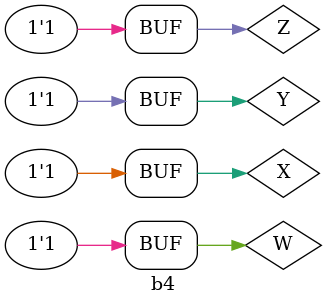
<source format=v>
module PoS (output S1, output S2, input X, Y, W, Z); // MAXTERMOS
// M 5 6 7
assign S1 = (X|~Y|W|Z) & (~X|Y|W|Z) & (~X|Y|W|~Z) & (~X|~Y|W|Z) & (~X|~Y|W|~Z);
assign S2 = W | ((~Y | Z) & ~X); 
endmodule // PoS

module b4;
reg X, Y, W, Z;
wire S1, S2;
// instancias
PoS POS1(S1, S2, X, Y, W, Z);
// valores iniciais
initial begin: start
X=1'bx; Y=1'bx; Z=1'bx; W=1'bx;// indefinidos
end
// parte principal
initial begin: main
// identificacao
$display("Produto da Soma");
// monitoramento
$display(" X  Y  W  Z =   nao_simpl\tsimpl");
$monitor("%2b %2b %2b %2b = \t  %2b  \t\t%2b", X, Y, W, Z, S1, S2);
// sinalizacao
#1 X=0; Y=0; W=0; Z=0;
#1 X=0; Y=0; W=0; Z=1;
#1 X=0; Y=0; W=1; Z=0;
#1 X=0; Y=0; W=1; Z=1;
#1 X=0; Y=1; W=0; Z=0;
#1 X=0; Y=1; W=0; Z=1;
#1 X=0; Y=1; W=1; Z=0;
#1 X=0; Y=1; W=1; Z=1;
#1 X=1; Y=0; W=0; Z=0;
#1 X=1; Y=0; W=0; Z=1;
#1 X=1; Y=0; W=1; Z=0;
#1 X=1; Y=0; W=1; Z=1;
#1 X=1; Y=1; W=0; Z=0;
#1 X=1; Y=1; W=0; Z=1;
#1 X=1; Y=1; W=1; Z=0;
#1 X=1; Y=1; W=1; Z=1;
end
endmodule // test_module
</source>
